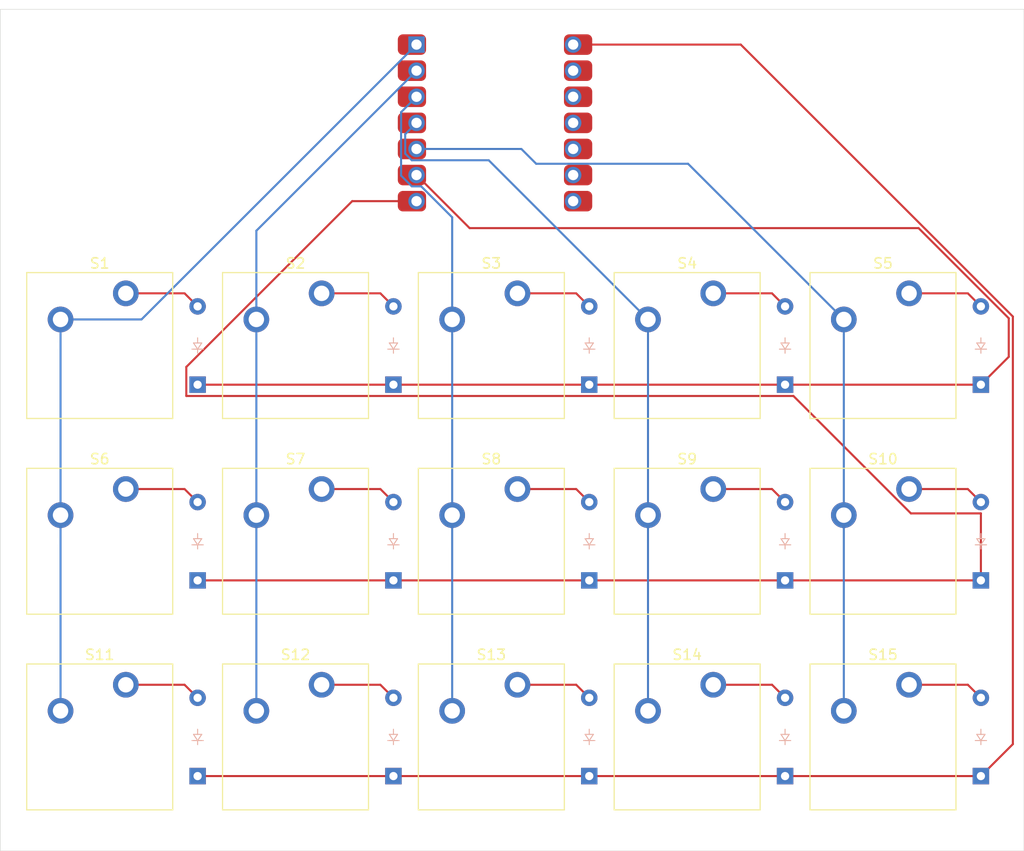
<source format=kicad_pcb>
(kicad_pcb (version 20240108) (generator "pcbnew") (generator_version "8.0")
  (layers (0 "F.Cu" signal) (31 "B.Cu" signal) (34 "B.Paste" user) (35 "F.Paste" user) (36 "B.SilkS" user "B.Silkscreen") (37 "F.SilkS" user "F.Silkscreen") (38 "B.Mask" user) (39 "F.Mask" user) (44 "Edge.Cuts" user))
  (net 0 "")
  (net 1 "Net-(D1-A)")
  (net 2 "Row 0")
  (net 3 "Net-(D2-A)")
  (net 4 "Net-(D3-A)")
  (net 5 "Net-(D4-A)")
  (net 6 "Net-(D5-A)")
  (net 7 "Row 1")
  (net 8 "Net-(D6-A)")
  (net 9 "Net-(D7-A)")
  (net 10 "Net-(D8-A)")
  (net 11 "Net-(D9-A)")
  (net 12 "Net-(D10-A)")
  (net 13 "Row 2")
  (net 14 "Net-(D11-A)")
  (net 15 "Net-(D12-A)")
  (net 16 "Net-(D13-A)")
  (net 17 "Net-(D14-A)")
  (net 18 "Net-(D15-A)")
  (net 19 "Column 0")
  (net 20 "Column 1")
  (net 21 "Column 2")
  (net 22 "Column 3")
  (net 23 "Column 4")
  (footprint "ScottoKeebs_MX:MX_PCB_1.00u" (layer "F.Cu") (at 156.21 104.775)
    (property "Reference" "S9" (at 0 -8 0) (layer "F.SilkS"))
    (property "Value" "Keyswitch")
    (fp_line (start -7.1 -7.1) (end -7.1 7.1) (stroke (width 0.12)) (layer "F.SilkS"))
    (fp_line (start -7.1 7.1) (end 7.1 7.1) (stroke (width 0.12)) (layer "F.SilkS"))
    (fp_line (start 7.1 -7.1) (end -7.1 -7.1) (stroke (width 0.12)) (layer "F.SilkS"))
    (fp_line (start 7.1 7.1) (end 7.1 -7.1) (stroke (width 0.12)) (layer "F.SilkS"))
    (pad "" np_thru_hole circle (at -5.08 0) (size 1.75 1.75) (drill 1.75) (layers "*.Cu" "*.Mask"))
    (pad "" np_thru_hole circle (at 0 0) (size 4 4) (drill 4) (layers "*.Cu" "*.Mask"))
    (pad "" np_thru_hole circle (at 5.08 0) (size 1.75 1.75) (drill 1.75) (layers "*.Cu" "*.Mask"))
    (pad "1" thru_hole circle (at -3.81 -2.54) (size 2.5 2.5) (drill 1.5) (layers "*.Cu" "*.Mask") (net 22 "Column 3"))
    (pad "2" thru_hole circle (at 2.54 -5.08) (size 2.5 2.5) (drill 1.5) (layers "*.Cu" "*.Mask") (net 11 "Net-(D9-A)"))
  )
  (footprint "ScottoKeebs_MX:MX_PCB_1.00u" (layer "F.Cu") (at 156.21 85.725)
    (property "Reference" "S4" (at 0 -8 0) (layer "F.SilkS"))
    (property "Value" "Keyswitch")
    (fp_line (start -7.1 -7.1) (end -7.1 7.1) (stroke (width 0.12)) (layer "F.SilkS"))
    (fp_line (start -7.1 7.1) (end 7.1 7.1) (stroke (width 0.12)) (layer "F.SilkS"))
    (fp_line (start 7.1 -7.1) (end -7.1 -7.1) (stroke (width 0.12)) (layer "F.SilkS"))
    (fp_line (start 7.1 7.1) (end 7.1 -7.1) (stroke (width 0.12)) (layer "F.SilkS"))
    (pad "" np_thru_hole circle (at -5.08 0) (size 1.75 1.75) (drill 1.75) (layers "*.Cu" "*.Mask"))
    (pad "" np_thru_hole circle (at 0 0) (size 4 4) (drill 4) (layers "*.Cu" "*.Mask"))
    (pad "" np_thru_hole circle (at 5.08 0) (size 1.75 1.75) (drill 1.75) (layers "*.Cu" "*.Mask"))
    (pad "1" thru_hole circle (at -3.81 -2.54) (size 2.5 2.5) (drill 1.5) (layers "*.Cu" "*.Mask") (net 22 "Column 3"))
    (pad "2" thru_hole circle (at 2.54 -5.08) (size 2.5 2.5) (drill 1.5) (layers "*.Cu" "*.Mask") (net 5 "Net-(D4-A)"))
  )
  (footprint "ScottoKeebs_MX:MX_PCB_1.00u" (layer "F.Cu") (at 118.11 104.775)
    (property "Reference" "S7" (at 0 -8 0) (layer "F.SilkS"))
    (property "Value" "Keyswitch")
    (fp_line (start -7.1 -7.1) (end -7.1 7.1) (stroke (width 0.12)) (layer "F.SilkS"))
    (fp_line (start -7.1 7.1) (end 7.1 7.1) (stroke (width 0.12)) (layer "F.SilkS"))
    (fp_line (start 7.1 -7.1) (end -7.1 -7.1) (stroke (width 0.12)) (layer "F.SilkS"))
    (fp_line (start 7.1 7.1) (end 7.1 -7.1) (stroke (width 0.12)) (layer "F.SilkS"))
    (pad "" np_thru_hole circle (at -5.08 0) (size 1.75 1.75) (drill 1.75) (layers "*.Cu" "*.Mask"))
    (pad "" np_thru_hole circle (at 0 0) (size 4 4) (drill 4) (layers "*.Cu" "*.Mask"))
    (pad "" np_thru_hole circle (at 5.08 0) (size 1.75 1.75) (drill 1.75) (layers "*.Cu" "*.Mask"))
    (pad "1" thru_hole circle (at -3.81 -2.54) (size 2.5 2.5) (drill 1.5) (layers "*.Cu" "*.Mask") (net 20 "Column 1"))
    (pad "2" thru_hole circle (at 2.54 -5.08) (size 2.5 2.5) (drill 1.5) (layers "*.Cu" "*.Mask") (net 9 "Net-(D7-A)"))
  )
  (footprint "ScottoKeebs_MX:MX_PCB_1.00u" (layer "F.Cu") (at 118.11 123.825)
    (property "Reference" "S12" (at 0 -8 0) (layer "F.SilkS"))
    (property "Value" "Keyswitch")
    (fp_line (start -7.1 -7.1) (end -7.1 7.1) (stroke (width 0.12)) (layer "F.SilkS"))
    (fp_line (start -7.1 7.1) (end 7.1 7.1) (stroke (width 0.12)) (layer "F.SilkS"))
    (fp_line (start 7.1 -7.1) (end -7.1 -7.1) (stroke (width 0.12)) (layer "F.SilkS"))
    (fp_line (start 7.1 7.1) (end 7.1 -7.1) (stroke (width 0.12)) (layer "F.SilkS"))
    (pad "" np_thru_hole circle (at -5.08 0) (size 1.75 1.75) (drill 1.75) (layers "*.Cu" "*.Mask"))
    (pad "" np_thru_hole circle (at 0 0) (size 4 4) (drill 4) (layers "*.Cu" "*.Mask"))
    (pad "" np_thru_hole circle (at 5.08 0) (size 1.75 1.75) (drill 1.75) (layers "*.Cu" "*.Mask"))
    (pad "1" thru_hole circle (at -3.81 -2.54) (size 2.5 2.5) (drill 1.5) (layers "*.Cu" "*.Mask") (net 20 "Column 1"))
    (pad "2" thru_hole circle (at 2.54 -5.08) (size 2.5 2.5) (drill 1.5) (layers "*.Cu" "*.Mask") (net 15 "Net-(D12-A)"))
  )
  (footprint "ScottoKeebs_MX:MX_PCB_1.00u" (layer "F.Cu") (at 137.16 85.725)
    (property "Reference" "S3" (at 0 -8 0) (layer "F.SilkS"))
    (property "Value" "Keyswitch")
    (fp_line (start -7.1 -7.1) (end -7.1 7.1) (stroke (width 0.12)) (layer "F.SilkS"))
    (fp_line (start -7.1 7.1) (end 7.1 7.1) (stroke (width 0.12)) (layer "F.SilkS"))
    (fp_line (start 7.1 -7.1) (end -7.1 -7.1) (stroke (width 0.12)) (layer "F.SilkS"))
    (fp_line (start 7.1 7.1) (end 7.1 -7.1) (stroke (width 0.12)) (layer "F.SilkS"))
    (pad "" np_thru_hole circle (at -5.08 0) (size 1.75 1.75) (drill 1.75) (layers "*.Cu" "*.Mask"))
    (pad "" np_thru_hole circle (at 0 0) (size 4 4) (drill 4) (layers "*.Cu" "*.Mask"))
    (pad "" np_thru_hole circle (at 5.08 0) (size 1.75 1.75) (drill 1.75) (layers "*.Cu" "*.Mask"))
    (pad "1" thru_hole circle (at -3.81 -2.54) (size 2.5 2.5) (drill 1.5) (layers "*.Cu" "*.Mask") (net 21 "Column 2"))
    (pad "2" thru_hole circle (at 2.54 -5.08) (size 2.5 2.5) (drill 1.5) (layers "*.Cu" "*.Mask") (net 4 "Net-(D3-A)"))
  )
  (footprint "ScottoKeebs_MX:MX_PCB_1.00u" (layer "F.Cu") (at 99.06 85.725)
    (property "Reference" "S1" (at 0 -8 0) (layer "F.SilkS"))
    (property "Value" "Keyswitch")
    (fp_line (start -7.1 -7.1) (end -7.1 7.1) (stroke (width 0.12)) (layer "F.SilkS"))
    (fp_line (start -7.1 7.1) (end 7.1 7.1) (stroke (width 0.12)) (layer "F.SilkS"))
    (fp_line (start 7.1 -7.1) (end -7.1 -7.1) (stroke (width 0.12)) (layer "F.SilkS"))
    (fp_line (start 7.1 7.1) (end 7.1 -7.1) (stroke (width 0.12)) (layer "F.SilkS"))
    (pad "" np_thru_hole circle (at -5.08 0) (size 1.75 1.75) (drill 1.75) (layers "*.Cu" "*.Mask"))
    (pad "" np_thru_hole circle (at 0 0) (size 4 4) (drill 4) (layers "*.Cu" "*.Mask"))
    (pad "" np_thru_hole circle (at 5.08 0) (size 1.75 1.75) (drill 1.75) (layers "*.Cu" "*.Mask"))
    (pad "1" thru_hole circle (at -3.81 -2.54) (size 2.5 2.5) (drill 1.5) (layers "*.Cu" "*.Mask") (net 19 "Column 0"))
    (pad "2" thru_hole circle (at 2.54 -5.08) (size 2.5 2.5) (drill 1.5) (layers "*.Cu" "*.Mask") (net 1 "Net-(D1-A)"))
  )
  (footprint "ScottoKeebs_MX:MX_PCB_1.00u" (layer "F.Cu") (at 99.06 123.825)
    (property "Reference" "S11" (at 0 -8 0) (layer "F.SilkS"))
    (property "Value" "Keyswitch")
    (fp_line (start -7.1 -7.1) (end -7.1 7.1) (stroke (width 0.12)) (layer "F.SilkS"))
    (fp_line (start -7.1 7.1) (end 7.1 7.1) (stroke (width 0.12)) (layer "F.SilkS"))
    (fp_line (start 7.1 -7.1) (end -7.1 -7.1) (stroke (width 0.12)) (layer "F.SilkS"))
    (fp_line (start 7.1 7.1) (end 7.1 -7.1) (stroke (width 0.12)) (layer "F.SilkS"))
    (pad "" np_thru_hole circle (at -5.08 0) (size 1.75 1.75) (drill 1.75) (layers "*.Cu" "*.Mask"))
    (pad "" np_thru_hole circle (at 0 0) (size 4 4) (drill 4) (layers "*.Cu" "*.Mask"))
    (pad "" np_thru_hole circle (at 5.08 0) (size 1.75 1.75) (drill 1.75) (layers "*.Cu" "*.Mask"))
    (pad "1" thru_hole circle (at -3.81 -2.54) (size 2.5 2.5) (drill 1.5) (layers "*.Cu" "*.Mask") (net 19 "Column 0"))
    (pad "2" thru_hole circle (at 2.54 -5.08) (size 2.5 2.5) (drill 1.5) (layers "*.Cu" "*.Mask") (net 14 "Net-(D11-A)"))
  )
  (footprint "ScottoKeebs_MX:MX_PCB_1.00u" (layer "F.Cu") (at 156.21 123.825)
    (property "Reference" "S14" (at 0 -8 0) (layer "F.SilkS"))
    (property "Value" "Keyswitch")
    (fp_line (start -7.1 -7.1) (end -7.1 7.1) (stroke (width 0.12)) (layer "F.SilkS"))
    (fp_line (start -7.1 7.1) (end 7.1 7.1) (stroke (width 0.12)) (layer "F.SilkS"))
    (fp_line (start 7.1 -7.1) (end -7.1 -7.1) (stroke (width 0.12)) (layer "F.SilkS"))
    (fp_line (start 7.1 7.1) (end 7.1 -7.1) (stroke (width 0.12)) (layer "F.SilkS"))
    (pad "" np_thru_hole circle (at -5.08 0) (size 1.75 1.75) (drill 1.75) (layers "*.Cu" "*.Mask"))
    (pad "" np_thru_hole circle (at 0 0) (size 4 4) (drill 4) (layers "*.Cu" "*.Mask"))
    (pad "" np_thru_hole circle (at 5.08 0) (size 1.75 1.75) (drill 1.75) (layers "*.Cu" "*.Mask"))
    (pad "1" thru_hole circle (at -3.81 -2.54) (size 2.5 2.5) (drill 1.5) (layers "*.Cu" "*.Mask") (net 22 "Column 3"))
    (pad "2" thru_hole circle (at 2.54 -5.08) (size 2.5 2.5) (drill 1.5) (layers "*.Cu" "*.Mask") (net 17 "Net-(D14-A)"))
  )
  (footprint "ScottoKeebs_MCU:Seeed_XIAO_RP2040" (layer "F.Cu") (at 137.5 64.05)
    (property "Reference" "U2" (hide yes))
    (property "Value" "SEEED-XIAO")
    (pad "1" smd roundrect (at -8.065 -7.62) (size 2.75 2) (layers "F.Cu" "F.Paste" "F.Mask") (net 19 "Column 0"))
    (pad "1" thru_hole rect (at -7.62 -7.62 90) (size 1.6 1.6) (drill 1) (layers "*.Cu" "*.Mask") (net 19 "Column 0"))
    (pad "2" smd roundrect (at -8.065 -5.08) (size 2.75 2) (layers "F.Cu" "F.Paste" "F.Mask") (net 20 "Column 1"))
    (pad "2" thru_hole circle (at -7.62 -5.08 90) (size 1.6 1.6) (drill 1) (layers "*.Cu" "*.Mask") (net 20 "Column 1"))
    (pad "3" smd roundrect (at -8.065 -2.54) (size 2.75 2) (layers "F.Cu" "F.Paste" "F.Mask") (net 21 "Column 2"))
    (pad "3" thru_hole circle (at -7.62 -2.54 90) (size 1.6 1.6) (drill 1) (layers "*.Cu" "*.Mask") (net 21 "Column 2"))
    (pad "4" smd roundrect (at -8.065 0) (size 2.75 2) (layers "F.Cu" "F.Paste" "F.Mask") (net 22 "Column 3"))
    (pad "4" thru_hole circle (at -7.62 0 90) (size 1.6 1.6) (drill 1) (layers "*.Cu" "*.Mask") (net 22 "Column 3"))
    (pad "5" smd roundrect (at -8.065 2.54) (size 2.75 2) (layers "F.Cu" "F.Paste" "F.Mask") (net 23 "Column 4"))
    (pad "5" thru_hole circle (at -7.62 2.54 90) (size 1.6 1.6) (drill 1) (layers "*.Cu" "*.Mask") (net 23 "Column 4"))
    (pad "6" smd roundrect (at -8.065 5.08) (size 2.75 2) (layers "F.Cu" "F.Paste" "F.Mask") (net 2 "Row 0"))
    (pad "6" thru_hole circle (at -7.62 5.08 90) (size 1.6 1.6) (drill 1) (layers "*.Cu" "*.Mask") (net 2 "Row 0"))
    (pad "7" smd roundrect (at -8.065 7.62) (size 2.75 2) (layers "F.Cu" "F.Paste" "F.Mask") (net 7 "Row 1"))
    (pad "7" thru_hole circle (at -7.62 7.62 90) (size 1.6 1.6) (drill 1) (layers "*.Cu" "*.Mask") (net 7 "Row 1"))
    (pad "8" thru_hole circle (at 7.62 7.62 90) (size 1.6 1.6) (drill 1) (layers "*.Cu" "*.Mask"))
    (pad "8" smd roundrect (at 8.1 7.62) (size 2.75 2) (layers "F.Cu" "F.Paste" "F.Mask"))
    (pad "9" thru_hole circle (at 7.62 5.08 90) (size 1.6 1.6) (drill 1) (layers "*.Cu" "*.Mask"))
    (pad "9" smd roundrect (at 8.1 5.08) (size 2.75 2) (layers "F.Cu" "F.Paste" "F.Mask"))
    (pad "10" thru_hole circle (at 7.62 2.54 90) (size 1.6 1.6) (drill 1) (layers "*.Cu" "*.Mask"))
    (pad "10" smd roundrect (at 8.1 2.54) (size 2.75 2) (layers "F.Cu" "F.Paste" "F.Mask"))
    (pad "11" thru_hole circle (at 7.62 0 90) (size 1.6 1.6) (drill 1) (layers "*.Cu" "*.Mask"))
    (pad "11" smd roundrect (at 8.1 0) (size 2.75 2) (layers "F.Cu" "F.Paste" "F.Mask"))
    (pad "12" thru_hole circle (at 7.62 -2.54 90) (size 1.6 1.6) (drill 1) (layers "*.Cu" "*.Mask"))
    (pad "12" smd roundrect (at 8.1 -2.54) (size 2.75 2) (layers "F.Cu" "F.Paste" "F.Mask"))
    (pad "13" thru_hole circle (at 7.62 -5.08 90) (size 1.6 1.6) (drill 1) (layers "*.Cu" "*.Mask"))
    (pad "13" smd roundrect (at 8.1 -5.08) (size 2.75 2) (layers "F.Cu" "F.Paste" "F.Mask"))
    (pad "14" thru_hole circle (at 7.62 -7.62 90) (size 1.6 1.6) (drill 1) (layers "*.Cu" "*.Mask") (net 13 "Row 2"))
    (pad "14" smd roundrect (at 8.1 -7.62) (size 2.75 2) (layers "F.Cu" "F.Paste" "F.Mask") (net 13 "Row 2"))
  )
  (footprint "ScottoKeebs_MX:MX_PCB_1.00u" (layer "F.Cu") (at 137.16 123.825)
    (property "Reference" "S13" (at 0 -8 0) (layer "F.SilkS"))
    (property "Value" "Keyswitch")
    (fp_line (start -7.1 -7.1) (end -7.1 7.1) (stroke (width 0.12)) (layer "F.SilkS"))
    (fp_line (start -7.1 7.1) (end 7.1 7.1) (stroke (width 0.12)) (layer "F.SilkS"))
    (fp_line (start 7.1 -7.1) (end -7.1 -7.1) (stroke (width 0.12)) (layer "F.SilkS"))
    (fp_line (start 7.1 7.1) (end 7.1 -7.1) (stroke (width 0.12)) (layer "F.SilkS"))
    (pad "" np_thru_hole circle (at -5.08 0) (size 1.75 1.75) (drill 1.75) (layers "*.Cu" "*.Mask"))
    (pad "" np_thru_hole circle (at 0 0) (size 4 4) (drill 4) (layers "*.Cu" "*.Mask"))
    (pad "" np_thru_hole circle (at 5.08 0) (size 1.75 1.75) (drill 1.75) (layers "*.Cu" "*.Mask"))
    (pad "1" thru_hole circle (at -3.81 -2.54) (size 2.5 2.5) (drill 1.5) (layers "*.Cu" "*.Mask") (net 21 "Column 2"))
    (pad "2" thru_hole circle (at 2.54 -5.08) (size 2.5 2.5) (drill 1.5) (layers "*.Cu" "*.Mask") (net 16 "Net-(D13-A)"))
  )
  (footprint "ScottoKeebs_MX:MX_PCB_1.00u" (layer "F.Cu") (at 175.26 123.825)
    (property "Reference" "S15" (at 0 -8 0) (layer "F.SilkS"))
    (property "Value" "Keyswitch")
    (fp_line (start -7.1 -7.1) (end -7.1 7.1) (stroke (width 0.12)) (layer "F.SilkS"))
    (fp_line (start -7.1 7.1) (end 7.1 7.1) (stroke (width 0.12)) (layer "F.SilkS"))
    (fp_line (start 7.1 -7.1) (end -7.1 -7.1) (stroke (width 0.12)) (layer "F.SilkS"))
    (fp_line (start 7.1 7.1) (end 7.1 -7.1) (stroke (width 0.12)) (layer "F.SilkS"))
    (pad "" np_thru_hole circle (at -5.08 0) (size 1.75 1.75) (drill 1.75) (layers "*.Cu" "*.Mask"))
    (pad "" np_thru_hole circle (at 0 0) (size 4 4) (drill 4) (layers "*.Cu" "*.Mask"))
    (pad "" np_thru_hole circle (at 5.08 0) (size 1.75 1.75) (drill 1.75) (layers "*.Cu" "*.Mask"))
    (pad "1" thru_hole circle (at -3.81 -2.54) (size 2.5 2.5) (drill 1.5) (layers "*.Cu" "*.Mask") (net 23 "Column 4"))
    (pad "2" thru_hole circle (at 2.54 -5.08) (size 2.5 2.5) (drill 1.5) (layers "*.Cu" "*.Mask") (net 18 "Net-(D15-A)"))
  )
  (footprint "ScottoKeebs_MX:MX_PCB_1.00u" (layer "F.Cu") (at 137.16 104.775)
    (property "Reference" "S8" (at 0 -8 0) (layer "F.SilkS"))
    (property "Value" "Keyswitch")
    (fp_line (start -7.1 -7.1) (end -7.1 7.1) (stroke (width 0.12)) (layer "F.SilkS"))
    (fp_line (start -7.1 7.1) (end 7.1 7.1) (stroke (width 0.12)) (layer "F.SilkS"))
    (fp_line (start 7.1 -7.1) (end -7.1 -7.1) (stroke (width 0.12)) (layer "F.SilkS"))
    (fp_line (start 7.1 7.1) (end 7.1 -7.1) (stroke (width 0.12)) (layer "F.SilkS"))
    (pad "" np_thru_hole circle (at -5.08 0) (size 1.75 1.75) (drill 1.75) (layers "*.Cu" "*.Mask"))
    (pad "" np_thru_hole circle (at 0 0) (size 4 4) (drill 4) (layers "*.Cu" "*.Mask"))
    (pad "" np_thru_hole circle (at 5.08 0) (size 1.75 1.75) (drill 1.75) (layers "*.Cu" "*.Mask"))
    (pad "1" thru_hole circle (at -3.81 -2.54) (size 2.5 2.5) (drill 1.5) (layers "*.Cu" "*.Mask") (net 21 "Column 2"))
    (pad "2" thru_hole circle (at 2.54 -5.08) (size 2.5 2.5) (drill 1.5) (layers "*.Cu" "*.Mask") (net 10 "Net-(D8-A)"))
  )
  (footprint "ScottoKeebs_MX:MX_PCB_1.00u" (layer "F.Cu") (at 118.11 85.725)
    (property "Reference" "S2" (at 0 -8 0) (layer "F.SilkS"))
    (property "Value" "Keyswitch")
    (fp_line (start -7.1 -7.1) (end -7.1 7.1) (stroke (width 0.12)) (layer "F.SilkS"))
    (fp_line (start -7.1 7.1) (end 7.1 7.1) (stroke (width 0.12)) (layer "F.SilkS"))
    (fp_line (start 7.1 -7.1) (end -7.1 -7.1) (stroke (width 0.12)) (layer "F.SilkS"))
    (fp_line (start 7.1 7.1) (end 7.1 -7.1) (stroke (width 0.12)) (layer "F.SilkS"))
    (pad "" np_thru_hole circle (at -5.08 0) (size 1.75 1.75) (drill 1.75) (layers "*.Cu" "*.Mask"))
    (pad "" np_thru_hole circle (at 0 0) (size 4 4) (drill 4) (layers "*.Cu" "*.Mask"))
    (pad "" np_thru_hole circle (at 5.08 0) (size 1.75 1.75) (drill 1.75) (layers "*.Cu" "*.Mask"))
    (pad "1" thru_hole circle (at -3.81 -2.54) (size 2.5 2.5) (drill 1.5) (layers "*.Cu" "*.Mask") (net 20 "Column 1"))
    (pad "2" thru_hole circle (at 2.54 -5.08) (size 2.5 2.5) (drill 1.5) (layers "*.Cu" "*.Mask") (net 3 "Net-(D2-A)"))
  )
  (footprint "ScottoKeebs_MX:MX_PCB_1.00u" (layer "F.Cu") (at 175.26 104.775)
    (property "Reference" "S10" (at 0 -8 0) (layer "F.SilkS"))
    (property "Value" "Keyswitch")
    (fp_line (start -7.1 -7.1) (end -7.1 7.1) (stroke (width 0.12)) (layer "F.SilkS"))
    (fp_line (start -7.1 7.1) (end 7.1 7.1) (stroke (width 0.12)) (layer "F.SilkS"))
    (fp_line (start 7.1 -7.1) (end -7.1 -7.1) (stroke (width 0.12)) (layer "F.SilkS"))
    (fp_line (start 7.1 7.1) (end 7.1 -7.1) (stroke (width 0.12)) (layer "F.SilkS"))
    (pad "" np_thru_hole circle (at -5.08 0) (size 1.75 1.75) (drill 1.75) (layers "*.Cu" "*.Mask"))
    (pad "" np_thru_hole circle (at 0 0) (size 4 4) (drill 4) (layers "*.Cu" "*.Mask"))
    (pad "" np_thru_hole circle (at 5.08 0) (size 1.75 1.75) (drill 1.75) (layers "*.Cu" "*.Mask"))
    (pad "1" thru_hole circle (at -3.81 -2.54) (size 2.5 2.5) (drill 1.5) (layers "*.Cu" "*.Mask") (net 23 "Column 4"))
    (pad "2" thru_hole circle (at 2.54 -5.08) (size 2.5 2.5) (drill 1.5) (layers "*.Cu" "*.Mask") (net 12 "Net-(D10-A)"))
  )
  (footprint "ScottoKeebs_MX:MX_PCB_1.00u" (layer "F.Cu") (at 99.06 104.775)
    (property "Reference" "S6" (at 0 -8 0) (layer "F.SilkS"))
    (property "Value" "Keyswitch")
    (fp_line (start -7.1 -7.1) (end -7.1 7.1) (stroke (width 0.12)) (layer "F.SilkS"))
    (fp_line (start -7.1 7.1) (end 7.1 7.1) (stroke (width 0.12)) (layer "F.SilkS"))
    (fp_line (start 7.1 -7.1) (end -7.1 -7.1) (stroke (width 0.12)) (layer "F.SilkS"))
    (fp_line (start 7.1 7.1) (end 7.1 -7.1) (stroke (width 0.12)) (layer "F.SilkS"))
    (pad "" np_thru_hole circle (at -5.08 0) (size 1.75 1.75) (drill 1.75) (layers "*.Cu" "*.Mask"))
    (pad "" np_thru_hole circle (at 0 0) (size 4 4) (drill 4) (layers "*.Cu" "*.Mask"))
    (pad "" np_thru_hole circle (at 5.08 0) (size 1.75 1.75) (drill 1.75) (layers "*.Cu" "*.Mask"))
    (pad "1" thru_hole circle (at -3.81 -2.54) (size 2.5 2.5) (drill 1.5) (layers "*.Cu" "*.Mask") (net 19 "Column 0"))
    (pad "2" thru_hole circle (at 2.54 -5.08) (size 2.5 2.5) (drill 1.5) (layers "*.Cu" "*.Mask") (net 8 "Net-(D6-A)"))
  )
  (footprint "ScottoKeebs_MX:MX_PCB_1.00u" (layer "F.Cu") (at 175.26 85.725)
    (property "Reference" "S5" (at 0 -8 0) (layer "F.SilkS"))
    (property "Value" "Keyswitch")
    (fp_line (start -7.1 -7.1) (end -7.1 7.1) (stroke (width 0.12)) (layer "F.SilkS"))
    (fp_line (start -7.1 7.1) (end 7.1 7.1) (stroke (width 0.12)) (layer "F.SilkS"))
    (fp_line (start 7.1 -7.1) (end -7.1 -7.1) (stroke (width 0.12)) (layer "F.SilkS"))
    (fp_line (start 7.1 7.1) (end 7.1 -7.1) (stroke (width 0.12)) (layer "F.SilkS"))
    (pad "" np_thru_hole circle (at -5.08 0) (size 1.75 1.75) (drill 1.75) (layers "*.Cu" "*.Mask"))
    (pad "" np_thru_hole circle (at 0 0) (size 4 4) (drill 4) (layers "*.Cu" "*.Mask"))
    (pad "" np_thru_hole circle (at 5.08 0) (size 1.75 1.75) (drill 1.75) (layers "*.Cu" "*.Mask"))
    (pad "1" thru_hole circle (at -3.81 -2.54) (size 2.5 2.5) (drill 1.5) (layers "*.Cu" "*.Mask") (net 23 "Column 4"))
    (pad "2" thru_hole circle (at 2.54 -5.08) (size 2.5 2.5) (drill 1.5) (layers "*.Cu" "*.Mask") (net 6 "Net-(D5-A)"))
  )
  (footprint "ScottoKeebs_Components:Diode_DO-35" (layer "B.Cu") (at 165.735 108.585 90)
    (property "Reference" "D9" (hide yes))
    (property "Value" "D" (hide yes))
    (fp_line (start 3.46 -0.55) (end 3.46 0.55) (stroke (width 0.1)) (layer "B.SilkS"))
    (fp_line (start 4.06 -0.4) (end 4.06 0.4) (stroke (width 0.1)) (layer "B.SilkS"))
    (fp_line (start 4.56 0) (end 4.06 0) (stroke (width 0.1)) (layer "B.SilkS"))
    (fp_line (start 3.46 0) (end 4.06 -0.4) (stroke (width 0.1)) (layer "B.SilkS"))
    (fp_line (start 3.46 0) (end 3.06 0) (stroke (width 0.1)) (layer "B.SilkS"))
    (fp_line (start 4.06 0.4) (end 3.46 0) (stroke (width 0.1)) (layer "B.SilkS"))
    (pad "1" thru_hole rect (at 0 0 90) (size 1.6 1.6) (drill 0.8) (layers "*.Cu" "*.Mask") (net 7 "Row 1"))
    (pad "2" thru_hole oval (at 7.62 0 90) (size 1.6 1.6) (drill 0.8) (layers "*.Cu" "*.Mask") (net 11 "Net-(D9-A)"))
  )
  (footprint "ScottoKeebs_Components:Diode_DO-35" (layer "B.Cu") (at 184.785 108.585 90)
    (property "Reference" "D10" (hide yes))
    (property "Value" "D" (hide yes))
    (fp_line (start 3.46 -0.55) (end 3.46 0.55) (stroke (width 0.1)) (layer "B.SilkS"))
    (fp_line (start 4.06 -0.4) (end 4.06 0.4) (stroke (width 0.1)) (layer "B.SilkS"))
    (fp_line (start 4.56 0) (end 4.06 0) (stroke (width 0.1)) (layer "B.SilkS"))
    (fp_line (start 3.46 0) (end 4.06 -0.4) (stroke (width 0.1)) (layer "B.SilkS"))
    (fp_line (start 3.46 0) (end 3.06 0) (stroke (width 0.1)) (layer "B.SilkS"))
    (fp_line (start 4.06 0.4) (end 3.46 0) (stroke (width 0.1)) (layer "B.SilkS"))
    (pad "1" thru_hole rect (at 0 0 90) (size 1.6 1.6) (drill 0.8) (layers "*.Cu" "*.Mask") (net 7 "Row 1"))
    (pad "2" thru_hole oval (at 7.62 0 90) (size 1.6 1.6) (drill 0.8) (layers "*.Cu" "*.Mask") (net 12 "Net-(D10-A)"))
  )
  (footprint "ScottoKeebs_Components:Diode_DO-35" (layer "B.Cu") (at 165.735 127.635 90)
    (property "Reference" "D14" (hide yes))
    (property "Value" "D" (hide yes))
    (fp_line (start 3.46 -0.55) (end 3.46 0.55) (stroke (width 0.1)) (layer "B.SilkS"))
    (fp_line (start 4.06 -0.4) (end 4.06 0.4) (stroke (width 0.1)) (layer "B.SilkS"))
    (fp_line (start 4.56 0) (end 4.06 0) (stroke (width 0.1)) (layer "B.SilkS"))
    (fp_line (start 3.46 0) (end 4.06 -0.4) (stroke (width 0.1)) (layer "B.SilkS"))
    (fp_line (start 3.46 0) (end 3.06 0) (stroke (width 0.1)) (layer "B.SilkS"))
    (fp_line (start 4.06 0.4) (end 3.46 0) (stroke (width 0.1)) (layer "B.SilkS"))
    (pad "1" thru_hole rect (at 0 0 90) (size 1.6 1.6) (drill 0.8) (layers "*.Cu" "*.Mask") (net 13 "Row 2"))
    (pad "2" thru_hole oval (at 7.62 0 90) (size 1.6 1.6) (drill 0.8) (layers "*.Cu" "*.Mask") (net 17 "Net-(D14-A)"))
  )
  (footprint "ScottoKeebs_Components:Diode_DO-35" (layer "B.Cu") (at 146.685 89.535 90)
    (property "Reference" "D3" (hide yes))
    (property "Value" "D" (hide yes))
    (fp_line (start 3.46 -0.55) (end 3.46 0.55) (stroke (width 0.1)) (layer "B.SilkS"))
    (fp_line (start 4.06 -0.4) (end 4.06 0.4) (stroke (width 0.1)) (layer "B.SilkS"))
    (fp_line (start 4.56 0) (end 4.06 0) (stroke (width 0.1)) (layer "B.SilkS"))
    (fp_line (start 3.46 0) (end 4.06 -0.4) (stroke (width 0.1)) (layer "B.SilkS"))
    (fp_line (start 3.46 0) (end 3.06 0) (stroke (width 0.1)) (layer "B.SilkS"))
    (fp_line (start 4.06 0.4) (end 3.46 0) (stroke (width 0.1)) (layer "B.SilkS"))
    (pad "1" thru_hole rect (at 0 0 90) (size 1.6 1.6) (drill 0.8) (layers "*.Cu" "*.Mask") (net 2 "Row 0"))
    (pad "2" thru_hole oval (at 7.62 0 90) (size 1.6 1.6) (drill 0.8) (layers "*.Cu" "*.Mask") (net 4 "Net-(D3-A)"))
  )
  (footprint "ScottoKeebs_Components:Diode_DO-35" (layer "B.Cu") (at 127.635 108.585 90)
    (property "Reference" "D7" (hide yes))
    (property "Value" "D" (hide yes))
    (fp_line (start 3.46 -0.55) (end 3.46 0.55) (stroke (width 0.1)) (layer "B.SilkS"))
    (fp_line (start 4.06 -0.4) (end 4.06 0.4) (stroke (width 0.1)) (layer "B.SilkS"))
    (fp_line (start 4.56 0) (end 4.06 0) (stroke (width 0.1)) (layer "B.SilkS"))
    (fp_line (start 3.46 0) (end 4.06 -0.4) (stroke (width 0.1)) (layer "B.SilkS"))
    (fp_line (start 3.46 0) (end 3.06 0) (stroke (width 0.1)) (layer "B.SilkS"))
    (fp_line (start 4.06 0.4) (end 3.46 0) (stroke (width 0.1)) (layer "B.SilkS"))
    (pad "1" thru_hole rect (at 0 0 90) (size 1.6 1.6) (drill 0.8) (layers "*.Cu" "*.Mask") (net 7 "Row 1"))
    (pad "2" thru_hole oval (at 7.62 0 90) (size 1.6 1.6) (drill 0.8) (layers "*.Cu" "*.Mask") (net 9 "Net-(D7-A)"))
  )
  (footprint "ScottoKeebs_Components:Diode_DO-35" (layer "B.Cu") (at 108.585 127.635 90)
    (property "Reference" "D11" (hide yes))
    (property "Value" "D" (hide yes))
    (fp_line (start 3.46 -0.55) (end 3.46 0.55) (stroke (width 0.1)) (layer "B.SilkS"))
    (fp_line (start 4.06 -0.4) (end 4.06 0.4) (stroke (width 0.1)) (layer "B.SilkS"))
    (fp_line (start 4.56 0) (end 4.06 0) (stroke (width 0.1)) (layer "B.SilkS"))
    (fp_line (start 3.46 0) (end 4.06 -0.4) (stroke (width 0.1)) (layer "B.SilkS"))
    (fp_line (start 3.46 0) (end 3.06 0) (stroke (width 0.1)) (layer "B.SilkS"))
    (fp_line (start 4.06 0.4) (end 3.46 0) (stroke (width 0.1)) (layer "B.SilkS"))
    (pad "1" thru_hole rect (at 0 0 90) (size 1.6 1.6) (drill 0.8) (layers "*.Cu" "*.Mask") (net 13 "Row 2"))
    (pad "2" thru_hole oval (at 7.62 0 90) (size 1.6 1.6) (drill 0.8) (layers "*.Cu" "*.Mask") (net 14 "Net-(D11-A)"))
  )
  (footprint "ScottoKeebs_Components:Diode_DO-35" (layer "B.Cu") (at 165.735 89.535 90)
    (property "Reference" "D4" (hide yes))
    (property "Value" "D" (hide yes))
    (fp_line (start 3.46 -0.55) (end 3.46 0.55) (stroke (width 0.1)) (layer "B.SilkS"))
    (fp_line (start 4.06 -0.4) (end 4.06 0.4) (stroke (width 0.1)) (layer "B.SilkS"))
    (fp_line (start 4.56 0) (end 4.06 0) (stroke (width 0.1)) (layer "B.SilkS"))
    (fp_line (start 3.46 0) (end 4.06 -0.4) (stroke (width 0.1)) (layer "B.SilkS"))
    (fp_line (start 3.46 0) (end 3.06 0) (stroke (width 0.1)) (layer "B.SilkS"))
    (fp_line (start 4.06 0.4) (end 3.46 0) (stroke (width 0.1)) (layer "B.SilkS"))
    (pad "1" thru_hole rect (at 0 0 90) (size 1.6 1.6) (drill 0.8) (layers "*.Cu" "*.Mask") (net 2 "Row 0"))
    (pad "2" thru_hole oval (at 7.62 0 90) (size 1.6 1.6) (drill 0.8) (layers "*.Cu" "*.Mask") (net 5 "Net-(D4-A)"))
  )
  (footprint "ScottoKeebs_Components:Diode_DO-35" (layer "B.Cu") (at 108.585 108.585 90)
    (property "Reference" "D6" (hide yes))
    (property "Value" "D" (hide yes))
    (fp_line (start 3.46 -0.55) (end 3.46 0.55) (stroke (width 0.1)) (layer "B.SilkS"))
    (fp_line (start 4.06 -0.4) (end 4.06 0.4) (stroke (width 0.1)) (layer "B.SilkS"))
    (fp_line (start 4.56 0) (end 4.06 0) (stroke (width 0.1)) (layer "B.SilkS"))
    (fp_line (start 3.46 0) (end 4.06 -0.4) (stroke (width 0.1)) (layer "B.SilkS"))
    (fp_line (start 3.46 0) (end 3.06 0) (stroke (width 0.1)) (layer "B.SilkS"))
    (fp_line (start 4.06 0.4) (end 3.46 0) (stroke (width 0.1)) (layer "B.SilkS"))
    (pad "1" thru_hole rect (at 0 0 90) (size 1.6 1.6) (drill 0.8) (layers "*.Cu" "*.Mask") (net 7 "Row 1"))
    (pad "2" thru_hole oval (at 7.62 0 90) (size 1.6 1.6) (drill 0.8) (layers "*.Cu" "*.Mask") (net 8 "Net-(D6-A)"))
  )
  (footprint "ScottoKeebs_Components:Diode_DO-35" (layer "B.Cu") (at 127.635 127.635 90)
    (property "Reference" "D12" (hide yes))
    (property "Value" "D" (hide yes))
    (fp_line (start 3.46 -0.55) (end 3.46 0.55) (stroke (width 0.1)) (layer "B.SilkS"))
    (fp_line (start 4.06 -0.4) (end 4.06 0.4) (stroke (width 0.1)) (layer "B.SilkS"))
    (fp_line (start 4.56 0) (end 4.06 0) (stroke (width 0.1)) (layer "B.SilkS"))
    (fp_line (start 3.46 0) (end 4.06 -0.4) (stroke (width 0.1)) (layer "B.SilkS"))
    (fp_line (start 3.46 0) (end 3.06 0) (stroke (width 0.1)) (layer "B.SilkS"))
    (fp_line (start 4.06 0.4) (end 3.46 0) (stroke (width 0.1)) (layer "B.SilkS"))
    (pad "1" thru_hole rect (at 0 0 90) (size 1.6 1.6) (drill 0.8) (layers "*.Cu" "*.Mask") (net 13 "Row 2"))
    (pad "2" thru_hole oval (at 7.62 0 90) (size 1.6 1.6) (drill 0.8) (layers "*.Cu" "*.Mask") (net 15 "Net-(D12-A)"))
  )
  (footprint "ScottoKeebs_Components:Diode_DO-35" (layer "B.Cu") (at 146.685 108.585 90)
    (property "Reference" "D8" (hide yes))
    (property "Value" "D" (hide yes))
    (fp_line (start 3.46 -0.55) (end 3.46 0.55) (stroke (width 0.1)) (layer "B.SilkS"))
    (fp_line (start 4.06 -0.4) (end 4.06 0.4) (stroke (width 0.1)) (layer "B.SilkS"))
    (fp_line (start 4.56 0) (end 4.06 0) (stroke (width 0.1)) (layer "B.SilkS"))
    (fp_line (start 3.46 0) (end 4.06 -0.4) (stroke (width 0.1)) (layer "B.SilkS"))
    (fp_line (start 3.46 0) (end 3.06 0) (stroke (width 0.1)) (layer "B.SilkS"))
    (fp_line (start 4.06 0.4) (end 3.46 0) (stroke (width 0.1)) (layer "B.SilkS"))
    (pad "1" thru_hole rect (at 0 0 90) (size 1.6 1.6) (drill 0.8) (layers "*.Cu" "*.Mask") (net 7 "Row 1"))
    (pad "2" thru_hole oval (at 7.62 0 90) (size 1.6 1.6) (drill 0.8) (layers "*.Cu" "*.Mask") (net 10 "Net-(D8-A)"))
  )
  (footprint "ScottoKeebs_Components:Diode_DO-35" (layer "B.Cu") (at 184.785 127.635 90)
    (property "Reference" "D15" (hide yes))
    (property "Value" "D" (hide yes))
    (fp_line (start 3.46 -0.55) (end 3.46 0.55) (stroke (width 0.1)) (layer "B.SilkS"))
    (fp_line (start 4.06 -0.4) (end 4.06 0.4) (stroke (width 0.1)) (layer "B.SilkS"))
    (fp_line (start 4.56 0) (end 4.06 0) (stroke (width 0.1)) (layer "B.SilkS"))
    (fp_line (start 3.46 0) (end 4.06 -0.4) (stroke (width 0.1)) (layer "B.SilkS"))
    (fp_line (start 3.46 0) (end 3.06 0) (stroke (width 0.1)) (layer "B.SilkS"))
    (fp_line (start 4.06 0.4) (end 3.46 0) (stroke (width 0.1)) (layer "B.SilkS"))
    (pad "1" thru_hole rect (at 0 0 90) (size 1.6 1.6) (drill 0.8) (layers "*.Cu" "*.Mask") (net 13 "Row 2"))
    (pad "2" thru_hole oval (at 7.62 0 90) (size 1.6 1.6) (drill 0.8) (layers "*.Cu" "*.Mask") (net 18 "Net-(D15-A)"))
  )
  (footprint "ScottoKeebs_Components:Diode_DO-35" (layer "B.Cu") (at 146.685 127.635 90)
    (property "Reference" "D13" (hide yes))
    (property "Value" "D" (hide yes))
    (fp_line (start 3.46 -0.55) (end 3.46 0.55) (stroke (width 0.1)) (layer "B.SilkS"))
    (fp_line (start 4.06 -0.4) (end 4.06 0.4) (stroke (width 0.1)) (layer "B.SilkS"))
    (fp_line (start 4.56 0) (end 4.06 0) (stroke (width 0.1)) (layer "B.SilkS"))
    (fp_line (start 3.46 0) (end 4.06 -0.4) (stroke (width 0.1)) (layer "B.SilkS"))
    (fp_line (start 3.46 0) (end 3.06 0) (stroke (width 0.1)) (layer "B.SilkS"))
    (fp_line (start 4.06 0.4) (end 3.46 0) (stroke (width 0.1)) (layer "B.SilkS"))
    (pad "1" thru_hole rect (at 0 0 90) (size 1.6 1.6) (drill 0.8) (layers "*.Cu" "*.Mask") (net 13 "Row 2"))
    (pad "2" thru_hole oval (at 7.62 0 90) (size 1.6 1.6) (drill 0.8) (layers "*.Cu" "*.Mask") (net 16 "Net-(D13-A)"))
  )
  (footprint "ScottoKeebs_Components:Diode_DO-35" (layer "B.Cu") (at 127.635 89.535 90)
    (property "Reference" "D2" (hide yes))
    (property "Value" "D" (hide yes))
    (fp_line (start 3.46 -0.55) (end 3.46 0.55) (stroke (width 0.1)) (layer "B.SilkS"))
    (fp_line (start 4.06 -0.4) (end 4.06 0.4) (stroke (width 0.1)) (layer "B.SilkS"))
    (fp_line (start 4.56 0) (end 4.06 0) (stroke (width 0.1)) (layer "B.SilkS"))
    (fp_line (start 3.46 0) (end 4.06 -0.4) (stroke (width 0.1)) (layer "B.SilkS"))
    (fp_line (start 3.46 0) (end 3.06 0) (stroke (width 0.1)) (layer "B.SilkS"))
    (fp_line (start 4.06 0.4) (end 3.46 0) (stroke (width 0.1)) (layer "B.SilkS"))
    (pad "1" thru_hole rect (at 0 0 90) (size 1.6 1.6) (drill 0.8) (layers "*.Cu" "*.Mask") (net 2 "Row 0"))
    (pad "2" thru_hole oval (at 7.62 0 90) (size 1.6 1.6) (drill 0.8) (layers "*.Cu" "*.Mask") (net 3 "Net-(D2-A)"))
  )
  (footprint "ScottoKeebs_Components:Diode_DO-35" (layer "B.Cu") (at 108.585 89.535 90)
    (property "Reference" "D1" (hide yes))
    (property "Value" "D" (hide yes))
    (fp_line (start 3.46 -0.55) (end 3.46 0.55) (stroke (width 0.1)) (layer "B.SilkS"))
    (fp_line (start 4.06 -0.4) (end 4.06 0.4) (stroke (width 0.1)) (layer "B.SilkS"))
    (fp_line (start 4.56 0) (end 4.06 0) (stroke (width 0.1)) (layer "B.SilkS"))
    (fp_line (start 3.46 0) (end 4.06 -0.4) (stroke (width 0.1)) (layer "B.SilkS"))
    (fp_line (start 3.46 0) (end 3.06 0) (stroke (width 0.1)) (layer "B.SilkS"))
    (fp_line (start 4.06 0.4) (end 3.46 0) (stroke (width 0.1)) (layer "B.SilkS"))
    (pad "1" thru_hole rect (at 0 0 90) (size 1.6 1.6) (drill 0.8) (layers "*.Cu" "*.Mask") (net 2 "Row 0"))
    (pad "2" thru_hole oval (at 7.62 0 90) (size 1.6 1.6) (drill 0.8) (layers "*.Cu" "*.Mask") (net 1 "Net-(D1-A)"))
  )
  (footprint "ScottoKeebs_Components:Diode_DO-35" (layer "B.Cu") (at 184.785 89.535 90)
    (property "Reference" "D5" (hide yes))
    (property "Value" "D" (hide yes))
    (fp_line (start 3.46 -0.55) (end 3.46 0.55) (stroke (width 0.1)) (layer "B.SilkS"))
    (fp_line (start 4.06 -0.4) (end 4.06 0.4) (stroke (width 0.1)) (layer "B.SilkS"))
    (fp_line (start 4.56 0) (end 4.06 0) (stroke (width 0.1)) (layer "B.SilkS"))
    (fp_line (start 3.46 0) (end 4.06 -0.4) (stroke (width 0.1)) (layer "B.SilkS"))
    (fp_line (start 3.46 0) (end 3.06 0) (stroke (width 0.1)) (layer "B.SilkS"))
    (fp_line (start 4.06 0.4) (end 3.46 0) (stroke (width 0.1)) (layer "B.SilkS"))
    (pad "1" thru_hole rect (at 0 0 90) (size 1.6 1.6) (drill 0.8) (layers "*.Cu" "*.Mask") (net 2 "Row 0"))
    (pad "2" thru_hole oval (at 7.62 0 90) (size 1.6 1.6) (drill 0.8) (layers "*.Cu" "*.Mask") (net 6 "Net-(D5-A)"))
  )
  (gr_rect (start 89.385 53) (end 188.975 134.915) (stroke (width 0.05)) (fill none) (layer "Edge.Cuts"))
  (segment (start 101.6 80.645) (end 107.315 80.645) (width 0.2) (layer "F.Cu") (net 1))
  (segment (start 107.315 80.645) (end 108.585 81.915) (width 0.2) (layer "F.Cu") (net 1))
  (segment (start 187.495 83.069365) (end 178.720635 74.295) (width 0.2) (layer "F.Cu") (net 2))
  (segment (start 184.785 89.535) (end 187.495 86.825) (width 0.2) (layer "F.Cu") (net 2))
  (segment (start 178.720635 74.295) (end 135.045 74.295) (width 0.2) (layer "F.Cu") (net 2))
  (segment (start 187.495 86.825) (end 187.495 83.069365) (width 0.2) (layer "F.Cu") (net 2))
  (segment (start 108.585 89.535) (end 184.785 89.535) (width 0.2) (layer "F.Cu") (net 2))
  (segment (start 135.045 74.295) (end 129.88 69.13) (width 0.2) (layer "F.Cu") (net 2))
  (segment (start 120.65 80.645) (end 126.365 80.645) (width 0.2) (layer "F.Cu") (net 3))
  (segment (start 126.365 80.645) (end 127.635 81.915) (width 0.2) (layer "F.Cu") (net 3))
  (segment (start 145.415 80.645) (end 146.685 81.915) (width 0.2) (layer "F.Cu") (net 4))
  (segment (start 139.7 80.645) (end 145.415 80.645) (width 0.2) (layer "F.Cu") (net 4))
  (segment (start 158.75 80.645) (end 164.465 80.645) (width 0.2) (layer "F.Cu") (net 5))
  (segment (start 164.465 80.645) (end 165.735 81.915) (width 0.2) (layer "F.Cu") (net 5))
  (segment (start 183.515 80.645) (end 184.785 81.915) (width 0.2) (layer "F.Cu") (net 6))
  (segment (start 177.8 80.645) (end 183.515 80.645) (width 0.2) (layer "F.Cu") (net 6))
  (segment (start 107.485 90.635) (end 107.485 87.807968) (width 0.2) (layer "F.Cu") (net 7))
  (segment (start 177.977968 102.065) (end 166.547968 90.635) (width 0.2) (layer "F.Cu") (net 7))
  (segment (start 108.585 108.585) (end 184.785 108.585) (width 0.2) (layer "F.Cu") (net 7))
  (segment (start 123.622968 71.67) (end 129.88 71.67) (width 0.2) (layer "F.Cu") (net 7))
  (segment (start 107.485 87.807968) (end 123.622968 71.67) (width 0.2) (layer "F.Cu") (net 7))
  (segment (start 166.547968 90.635) (end 107.485 90.635) (width 0.2) (layer "F.Cu") (net 7))
  (segment (start 184.785 108.585) (end 184.785 102.065) (width 0.2) (layer "F.Cu") (net 7))
  (segment (start 184.785 102.065) (end 177.977968 102.065) (width 0.2) (layer "F.Cu") (net 7))
  (segment (start 101.6 99.695) (end 107.315 99.695) (width 0.2) (layer "F.Cu") (net 8))
  (segment (start 107.315 99.695) (end 108.585 100.965) (width 0.2) (layer "F.Cu") (net 8))
  (segment (start 120.65 99.695) (end 126.365 99.695) (width 0.2) (layer "F.Cu") (net 9))
  (segment (start 126.365 99.695) (end 127.635 100.965) (width 0.2) (layer "F.Cu") (net 9))
  (segment (start 145.415 99.695) (end 146.685 100.965) (width 0.2) (layer "F.Cu") (net 10))
  (segment (start 139.7 99.695) (end 145.415 99.695) (width 0.2) (layer "F.Cu") (net 10))
  (segment (start 158.75 99.695) (end 164.465 99.695) (width 0.2) (layer "F.Cu") (net 11))
  (segment (start 164.465 99.695) (end 165.735 100.965) (width 0.2) (layer "F.Cu") (net 11))
  (segment (start 177.8 99.695) (end 183.515 99.695) (width 0.2) (layer "F.Cu") (net 12))
  (segment (start 183.515 99.695) (end 184.785 100.965) (width 0.2) (layer "F.Cu") (net 12))
  (segment (start 161.421321 56.43) (end 145.12 56.43) (width 0.2) (layer "F.Cu") (net 13))
  (segment (start 187.895 124.525) (end 187.895 82.903679) (width 0.2) (layer "F.Cu") (net 13))
  (segment (start 108.585 127.635) (end 184.785 127.635) (width 0.2) (layer "F.Cu") (net 13))
  (segment (start 187.895 82.903679) (end 161.421321 56.43) (width 0.2) (layer "F.Cu") (net 13))
  (segment (start 184.785 127.635) (end 187.895 124.525) (width 0.2) (layer "F.Cu") (net 13))
  (segment (start 107.315 118.745) (end 108.585 120.015) (width 0.2) (layer "F.Cu") (net 14))
  (segment (start 101.6 118.745) (end 107.315 118.745) (width 0.2) (layer "F.Cu") (net 14))
  (segment (start 120.65 118.745) (end 126.365 118.745) (width 0.2) (layer "F.Cu") (net 15))
  (segment (start 126.365 118.745) (end 127.635 120.015) (width 0.2) (layer "F.Cu") (net 15))
  (segment (start 145.415 118.745) (end 146.685 120.015) (width 0.2) (layer "F.Cu") (net 16))
  (segment (start 139.7 118.745) (end 145.415 118.745) (width 0.2) (layer "F.Cu") (net 16))
  (segment (start 164.465 118.745) (end 165.735 120.015) (width 0.2) (layer "F.Cu") (net 17))
  (segment (start 158.75 118.745) (end 164.465 118.745) (width 0.2) (layer "F.Cu") (net 17))
  (segment (start 183.515 118.745) (end 184.785 120.015) (width 0.2) (layer "F.Cu") (net 18))
  (segment (start 177.8 118.745) (end 183.515 118.745) (width 0.2) (layer "F.Cu") (net 18))
  (segment (start 103.125 83.185) (end 129.88 56.43) (width 0.2) (layer "B.Cu") (net 19))
  (segment (start 95.25 83.185) (end 103.125 83.185) (width 0.2) (layer "B.Cu") (net 19))
  (segment (start 95.25 83.185) (end 95.25 121.285) (width 0.2) (layer "B.Cu") (net 19))
  (segment (start 114.3 83.185) (end 114.3 121.285) (width 0.2) (layer "B.Cu") (net 20))
  (segment (start 114.3 74.55) (end 129.88 58.97) (width 0.2) (layer "B.Cu") (net 20))
  (segment (start 114.3 83.185) (end 114.3 74.55) (width 0.2) (layer "B.Cu") (net 20))
  (segment (start 129.424365 70.23) (end 128.38 69.185635) (width 0.2) (layer "B.Cu") (net 21))
  (segment (start 128.38 69.185635) (end 128.38 63.01) (width 0.2) (layer "B.Cu") (net 21))
  (segment (start 133.35 83.185) (end 133.35 121.285) (width 0.2) (layer "B.Cu") (net 21))
  (segment (start 133.35 73.244365) (end 130.335635 70.23) (width 0.2) (layer "B.Cu") (net 21))
  (segment (start 130.335635 70.23) (end 129.424365 70.23) (width 0.2) (layer "B.Cu") (net 21))
  (segment (start 128.38 63.01) (end 129.88 61.51) (width 0.2) (layer "B.Cu") (net 21))
  (segment (start 133.35 83.185) (end 133.35 73.244365) (width 0.2) (layer "B.Cu") (net 21))
  (segment (start 136.905 67.69) (end 129.424365 67.69) (width 0.2) (layer "B.Cu") (net 22))
  (segment (start 152.4 83.185) (end 136.905 67.69) (width 0.2) (layer "B.Cu") (net 22))
  (segment (start 128.78 67.045635) (end 128.78 65.15) (width 0.2) (layer "B.Cu") (net 22))
  (segment (start 152.4 83.185) (end 152.4 121.285) (width 0.2) (layer "B.Cu") (net 22))
  (segment (start 129.424365 67.69) (end 128.78 67.045635) (width 0.2) (layer "B.Cu") (net 22))
  (segment (start 128.78 65.15) (end 129.88 64.05) (width 0.2) (layer "B.Cu") (net 22))
  (segment (start 140.08 66.59) (end 129.88 66.59) (width 0.2) (layer "B.Cu") (net 23))
  (segment (start 171.45 83.185) (end 156.295 68.03) (width 0.2) (layer "B.Cu") (net 23))
  (segment (start 171.45 83.185) (end 171.45 121.285) (width 0.2) (layer "B.Cu") (net 23))
  (segment (start 141.52 68.03) (end 140.08 66.59) (width 0.2) (layer "B.Cu") (net 23))
  (segment (start 156.295 68.03) (end 141.52 68.03) (width 0.2) (layer "B.Cu") (net 23))
)
</source>
